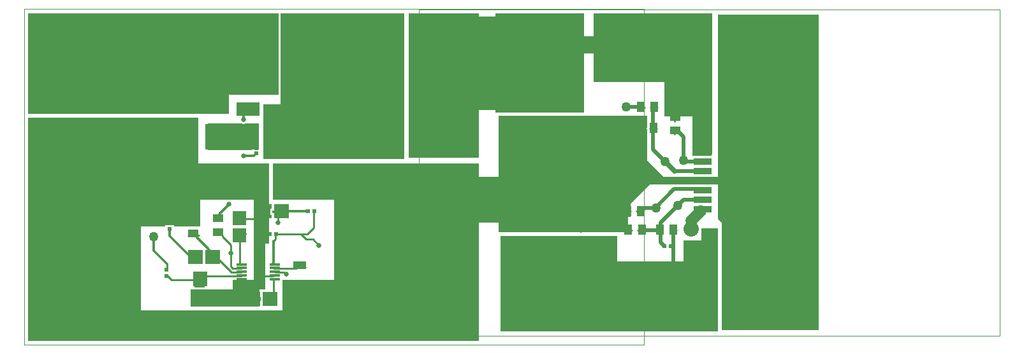
<source format=gtl>
G04*
G04 #@! TF.GenerationSoftware,Altium Limited,Altium Designer,19.1.1 (5)*
G04*
G04 Layer_Physical_Order=1*
G04 Layer_Color=255*
%FSLAX25Y25*%
%MOIN*%
G70*
G01*
G75*
%ADD10R,0.02200X0.02400*%
%ADD11R,0.07100X0.04400*%
%ADD12R,0.05700X0.04400*%
%ADD13R,0.02400X0.02200*%
%ADD14R,0.04400X0.05700*%
%ADD15R,0.02200X0.13200*%
%ADD16R,0.09100X0.08900*%
%ADD17R,0.08600X0.06400*%
%ADD18R,0.02480X0.01968*%
%ADD19R,0.05600X0.22400*%
%ADD20R,0.04300X0.14000*%
%ADD21R,0.01400X0.01300*%
%ADD22R,0.05400X0.01300*%
%ADD23C,0.01400*%
%ADD24C,0.01000*%
%ADD25C,0.02000*%
%ADD26R,0.33600X0.21000*%
%ADD27R,0.09500X0.03500*%
%ADD28R,0.05118X0.10630*%
%ADD29C,0.09000*%
%ADD30C,0.06000*%
%ADD31C,0.04000*%
%ADD32C,0.02500*%
%ADD33C,0.02500*%
%ADD34C,0.13700*%
%ADD35C,0.05000*%
%ADD36C,0.00100*%
%ADD37C,0.15700*%
%ADD38C,0.02800*%
%ADD39C,0.06000*%
%ADD40C,0.08000*%
G36*
X235900Y451500D02*
X209900D01*
Y441500D01*
X105000D01*
Y494200D01*
X235900D01*
Y451500D01*
D02*
G37*
G36*
X226000Y440500D02*
X214000D01*
Y447500D01*
X226000D01*
Y440500D01*
D02*
G37*
G36*
X225500Y422646D02*
X221810D01*
Y422500D01*
X199000D01*
Y436500D01*
X216443D01*
X216622Y436381D01*
X217500Y436206D01*
X218378Y436381D01*
X218557Y436500D01*
X225500D01*
Y422646D01*
D02*
G37*
G36*
X340500Y492500D02*
X349300D01*
Y493910D01*
X395500D01*
Y481910D01*
X400500D01*
Y493910D01*
X462500D01*
Y441610D01*
X462700D01*
Y426610D01*
X462500D01*
Y419910D01*
X462200D01*
Y419410D01*
X452100D01*
Y439910D01*
X437500D01*
Y457910D01*
X400500D01*
Y472910D01*
X395500D01*
Y441910D01*
X349300D01*
Y443500D01*
X340500D01*
Y439600D01*
Y438400D01*
Y418500D01*
X303900D01*
Y487200D01*
Y494200D01*
X340500D01*
Y492500D01*
D02*
G37*
G36*
X301700Y417600D02*
X227900D01*
Y446500D01*
X237000D01*
Y494000D01*
X301700D01*
Y417600D01*
D02*
G37*
G36*
X518300Y327910D02*
X467500D01*
Y384410D01*
X465500Y386410D01*
Y404410D01*
X430000D01*
X420000Y394410D01*
Y387410D01*
X418500D01*
Y379410D01*
X350800Y379410D01*
Y384500D01*
X340500D01*
Y322500D01*
X105000D01*
Y439500D01*
X194000D01*
Y415500D01*
X231000D01*
Y394000D01*
X232200D01*
Y391750D01*
X231550D01*
Y388450D01*
X232200D01*
Y386800D01*
X231000D01*
Y373500D01*
X229000D01*
Y349500D01*
X226000D01*
Y348000D01*
X226200D01*
Y340800D01*
X226000D01*
Y340500D01*
X190000D01*
Y349500D01*
X190750D01*
Y349250D01*
X198450D01*
Y349500D01*
X212000D01*
Y354500D01*
X223000D01*
Y396500D01*
X195000D01*
X194900Y382500D01*
X181100D01*
Y383050D01*
X176700D01*
Y382500D01*
X164000D01*
Y338500D01*
X238000D01*
Y354500D01*
X265000D01*
Y396500D01*
X233000D01*
Y415500D01*
X340500D01*
Y408500D01*
X350800D01*
Y440410D01*
X428500Y440410D01*
Y434614D01*
X428387Y434445D01*
X428271Y433860D01*
X428387Y433275D01*
X428500Y433106D01*
Y416910D01*
X437000Y408410D01*
X465500D01*
Y422210D01*
Y493410D01*
X518300D01*
Y327910D01*
D02*
G37*
G36*
X241200Y386800D02*
X233700D01*
Y394000D01*
X241200D01*
Y386800D01*
D02*
G37*
G36*
X219000Y383000D02*
X211800D01*
Y390500D01*
X219000D01*
Y383000D01*
D02*
G37*
G36*
Y374000D02*
X211800D01*
Y381500D01*
X219000D01*
Y374000D01*
D02*
G37*
G36*
X465500Y327410D02*
X351800D01*
Y377410D01*
X413000D01*
Y363910D01*
X447500D01*
Y374910D01*
X457000D01*
Y381410D01*
X465500D01*
Y327410D01*
D02*
G37*
G36*
X205200Y362800D02*
X197700D01*
Y370000D01*
X205200D01*
Y362800D01*
D02*
G37*
G36*
X196200D02*
X188700D01*
Y370000D01*
X196200D01*
Y362800D01*
D02*
G37*
G36*
X198500Y351200D02*
X191300D01*
Y358700D01*
X198500D01*
Y351200D01*
D02*
G37*
G36*
X235200Y340800D02*
X227700D01*
Y348000D01*
X235200D01*
Y340800D01*
D02*
G37*
D10*
X228850Y344300D02*
D03*
X225550D02*
D03*
X231150Y378300D02*
D03*
X234450D02*
D03*
X254650Y390300D02*
D03*
X251350D02*
D03*
X440800Y372210D02*
D03*
X437500D02*
D03*
D11*
X246800Y350400D02*
D03*
Y362200D02*
D03*
X215500Y388100D02*
D03*
Y376300D02*
D03*
D12*
X204200Y379450D02*
D03*
Y386550D02*
D03*
X191300Y385950D02*
D03*
Y378850D02*
D03*
X194600Y352450D02*
D03*
Y345350D02*
D03*
X443200Y432560D02*
D03*
Y439660D02*
D03*
D13*
X178900Y384250D02*
D03*
Y380950D02*
D03*
X177200Y359650D02*
D03*
Y356350D02*
D03*
D14*
X192950Y365700D02*
D03*
X200050D02*
D03*
X432150Y445010D02*
D03*
X425050D02*
D03*
X424850Y434010D02*
D03*
X431950D02*
D03*
X435250Y380610D02*
D03*
X442350D02*
D03*
X418650D02*
D03*
X425750D02*
D03*
X467400Y446210D02*
D03*
X460300D02*
D03*
X425250Y390510D02*
D03*
X418150D02*
D03*
D15*
X198550Y429500D02*
D03*
X191050D02*
D03*
D16*
X310500Y409000D02*
D03*
Y426100D02*
D03*
D17*
X244700Y457200D02*
D03*
X230100D02*
D03*
D18*
X229700Y424500D02*
D03*
X235350Y428339D02*
D03*
X235350Y425779D02*
D03*
Y423220D02*
D03*
X235350Y420661D02*
D03*
X224050D02*
D03*
X224050Y423220D02*
D03*
Y425779D02*
D03*
X224050Y428339D02*
D03*
D19*
X295050Y470000D02*
D03*
X310950D02*
D03*
D20*
X162200Y452100D02*
D03*
Y428700D02*
D03*
X126600Y452100D02*
D03*
Y428700D02*
D03*
D21*
X233250Y390100D02*
D03*
X230950D02*
D03*
D22*
X216550Y362537D02*
D03*
Y360568D02*
D03*
Y358600D02*
D03*
Y356631D02*
D03*
Y354663D02*
D03*
X233850D02*
D03*
Y356631D02*
D03*
Y358600D02*
D03*
Y360568D02*
D03*
Y362537D02*
D03*
D23*
X222889Y419500D02*
X224050Y420661D01*
X218000Y419500D02*
X222889D01*
X232900Y362900D02*
X233200Y363200D01*
X215500Y378300D02*
X218400D01*
X204500Y427000D02*
X207500D01*
X202000Y424500D02*
X204500Y427000D01*
X233200Y363200D02*
Y374700D01*
X237000Y390500D02*
X251350D01*
X189900Y366300D02*
X195500D01*
X178900Y377300D02*
Y380950D01*
X204200Y386550D02*
Y388200D01*
X170500Y369600D02*
Y377200D01*
Y377500D01*
Y369600D02*
X177400Y362700D01*
X204000Y428500D02*
Y429500D01*
X217500Y438500D02*
Y443900D01*
X178900Y377300D02*
X189900Y366300D01*
X218100Y378000D02*
X218400Y378300D01*
X219000Y444000D02*
X220500D01*
X204200Y388200D02*
X209900Y393900D01*
X170500Y377200D02*
X170600D01*
X191500Y378300D02*
X201000Y368800D01*
Y366500D02*
Y368800D01*
D24*
X211000Y368500D02*
Y372650D01*
X206550Y377100D02*
X211000Y372650D01*
X206550Y377100D02*
Y377750D01*
X204850Y379450D02*
X206550Y377750D01*
X204200Y379450D02*
X204850D01*
X215500Y362300D02*
Y376300D01*
X233200Y374700D02*
X234100Y375600D01*
Y377950D01*
X234450Y378300D01*
X234650Y378500D01*
X251000D02*
X254200Y381700D01*
X253800Y375700D02*
X257000Y372500D01*
X247538Y378500D02*
X251000D01*
X234650D02*
X247538D01*
X250338Y375700D01*
X253800D01*
X254200Y381700D02*
Y389850D01*
X254650Y390300D01*
X237000Y390500D02*
Y391500D01*
X245550Y360950D02*
X249800D01*
X244000D02*
X245550D01*
X246800Y362200D01*
X245000Y360400D02*
X245550Y360950D01*
X233200Y360400D02*
X245000D01*
X197700Y356500D02*
X216700D01*
X177400Y356800D02*
X179900Y354300D01*
X195500D01*
X211000Y361300D02*
Y368500D01*
Y361300D02*
X211800Y360500D01*
X216500D01*
X215500Y376300D02*
Y378300D01*
X177400Y359700D02*
Y362700D01*
X295350Y438500D02*
X299300D01*
X306200D02*
X339800D01*
X233200Y346700D02*
Y354500D01*
X231000Y344500D02*
X233200Y346700D01*
X235500Y384500D02*
Y390000D01*
X234000Y358500D02*
X238500D01*
X239500Y357500D01*
X240000D01*
X237000Y389200D02*
Y390500D01*
X211300Y358500D02*
X216700D01*
X203300Y366500D02*
X211300Y358500D01*
X228500Y356500D02*
X233200D01*
X195500Y354300D02*
X197700Y356500D01*
X215500Y386300D02*
X224800D01*
X229000Y390500D01*
X270700Y438500D02*
X295350D01*
X244000Y351950D02*
X249800D01*
X188500Y386750D02*
X194300D01*
X188500Y377750D02*
X194300D01*
X228450Y375500D02*
Y381300D01*
X143000Y442200D02*
Y460800D01*
Y420200D02*
Y438800D01*
X427300Y380360D02*
X423600D01*
X435500D02*
X433600D01*
X444000D02*
X442200D01*
X456500Y391410D02*
Y390410D01*
X451500Y385410D02*
Y384410D01*
X457100Y401410D02*
X456600Y401910D01*
X420000Y390360D02*
X416300D01*
X426700D02*
X423000D01*
X443000Y361410D02*
X442200Y362210D01*
X418800Y380410D02*
X417800Y381410D01*
X442950Y441110D02*
Y437410D01*
Y434410D02*
Y430710D01*
X426800Y433860D02*
X423100D01*
X433500D02*
X429800D01*
X433800Y444860D02*
X430100D01*
X427200D02*
X423500D01*
X420700Y380360D02*
X417000D01*
D25*
X236000Y390500D02*
X237000D01*
X435500Y380410D02*
X425500D01*
X435500Y384410D02*
Y380410D01*
X447500Y396410D02*
X435500Y384410D01*
Y380360D02*
Y374210D01*
X437500Y372210D02*
X435500Y374210D01*
Y380410D02*
Y380360D01*
X442200D02*
Y362210D01*
Y380410D02*
Y380360D01*
X457100Y416410D02*
X448000D01*
X458600Y401910D02*
X442700D01*
X433100Y392110D02*
X427200D01*
X425500Y390410D01*
X418100D02*
X412500D01*
X447500Y429410D02*
Y416910D01*
Y429410D02*
X443300Y433710D01*
X444000Y411410D02*
X443000D01*
X457300D02*
X457100D01*
Y396410D02*
X447500D01*
X431700Y433910D02*
Y422710D01*
X438000Y416410D02*
X431700Y422710D01*
Y444610D02*
Y433910D01*
X425300Y444910D02*
X417500D01*
X442700Y401910D02*
X433000Y392210D01*
X457100Y411410D02*
X443000D01*
D26*
X487375Y406310D02*
D03*
D27*
X457375Y391310D02*
D03*
Y396310D02*
D03*
Y401310D02*
D03*
Y406310D02*
D03*
Y411310D02*
D03*
Y416310D02*
D03*
Y421310D02*
D03*
D28*
X471717Y356710D02*
D03*
X460300D02*
D03*
D29*
X457300Y434710D02*
Y424310D01*
Y460410D02*
Y434710D01*
D30*
X456500Y390410D02*
X451500Y385410D01*
D31*
X469000Y406410D02*
X422500D01*
D32*
X443000Y411410D02*
X438000Y416410D01*
D33*
X217500Y419500D02*
D03*
X207500Y427000D02*
D03*
X243000Y344500D02*
D03*
X251000D02*
D03*
X157000Y416500D02*
D03*
X145000D02*
D03*
X137000D02*
D03*
X129000D02*
D03*
X121000D02*
D03*
X113000D02*
D03*
X311500Y361500D02*
D03*
Y343000D02*
D03*
Y332500D02*
D03*
Y368500D02*
D03*
Y353000D02*
D03*
X303500Y361500D02*
D03*
X303000Y352500D02*
D03*
Y342500D02*
D03*
Y332000D02*
D03*
X293500Y361500D02*
D03*
Y351500D02*
D03*
X295000Y342000D02*
D03*
X294500Y331000D02*
D03*
X284000Y360500D02*
D03*
Y351000D02*
D03*
X284500Y340000D02*
D03*
X283500Y330000D02*
D03*
X273500D02*
D03*
X173000Y416500D02*
D03*
X165000D02*
D03*
X257000Y372500D02*
D03*
X235500Y384500D02*
D03*
X211000Y368500D02*
D03*
X240000Y357500D02*
D03*
X217500Y438500D02*
D03*
X209900Y393900D02*
D03*
X225000Y362500D02*
D03*
Y358500D02*
D03*
Y354500D02*
D03*
D34*
X121000Y404500D02*
D03*
Y476500D02*
D03*
X329000Y430500D02*
D03*
X327000Y355500D02*
D03*
D35*
X170600Y377200D02*
D03*
X442300Y360210D02*
D03*
X447500Y416910D02*
D03*
X433100Y392110D02*
D03*
X488400Y357710D02*
D03*
X417500Y444910D02*
D03*
X488500Y365610D02*
D03*
X488400Y350210D02*
D03*
X451300Y355710D02*
D03*
X488700Y455510D02*
D03*
Y447410D02*
D03*
X447700Y447510D02*
D03*
X443600Y464710D02*
D03*
X422000Y462410D02*
D03*
X447700Y454510D02*
D03*
X432200Y476510D02*
D03*
X444700Y393510D02*
D03*
X438000Y416410D02*
D03*
D36*
X103000Y320500D02*
Y496500D01*
X427000D01*
Y320500D02*
Y496500D01*
X103000Y320500D02*
X427000D01*
X612800Y496210D02*
Y325000D01*
X309090D01*
Y496210D02*
Y325000D01*
X612800Y496210D02*
X309090D01*
D37*
X365500Y344410D02*
D03*
X366000Y364410D02*
D03*
X365500Y483410D02*
D03*
X506000Y339410D02*
D03*
X365500Y460410D02*
D03*
Y406410D02*
D03*
X506000Y478410D02*
D03*
X365500Y427410D02*
D03*
D38*
X498800Y404210D02*
D03*
X490800D02*
D03*
X482800Y403710D02*
D03*
X474300D02*
D03*
X474800Y408710D02*
D03*
X482800Y409210D02*
D03*
X490300D02*
D03*
X498300D02*
D03*
X482500Y398410D02*
D03*
X490500D02*
D03*
X498500Y414410D02*
D03*
X474500D02*
D03*
X482500D02*
D03*
X498500Y398410D02*
D03*
X490500Y414410D02*
D03*
X474500Y398410D02*
D03*
D39*
X394000Y382010D02*
D03*
X396500Y436310D02*
D03*
D40*
X451500Y370910D02*
D03*
Y380910D02*
D03*
M02*

</source>
